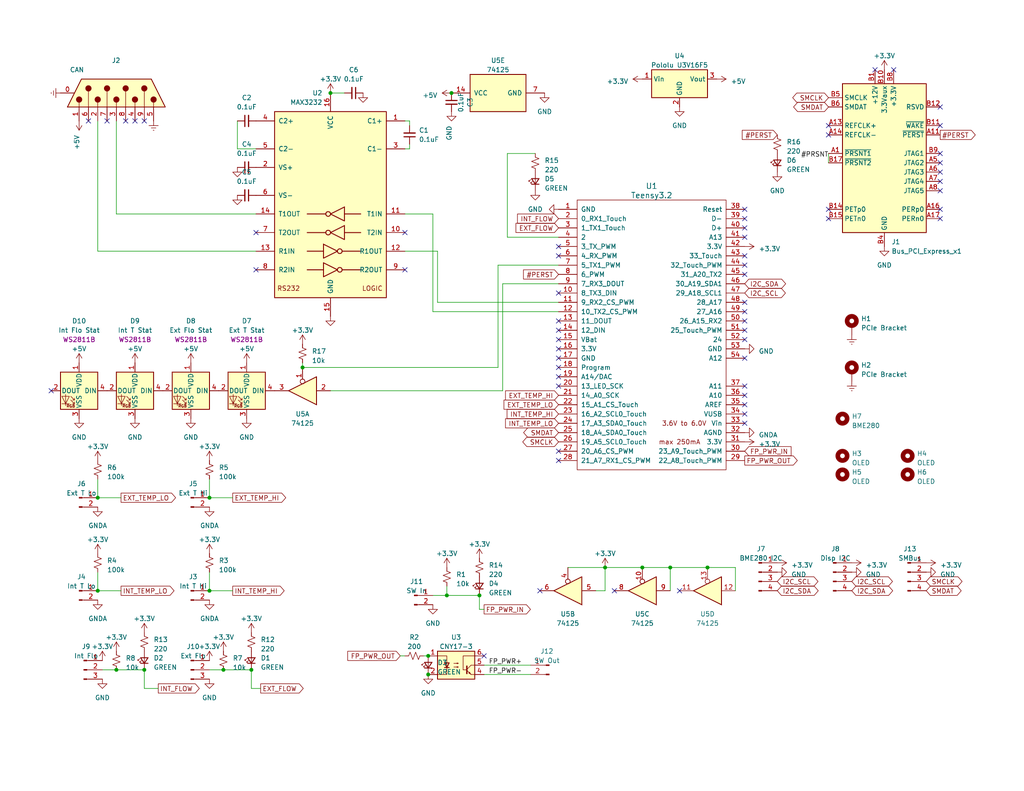
<source format=kicad_sch>
(kicad_sch (version 20231120) (generator "eeschema") (generator_version "8.0")
  (paper "USLetter")
  (title_block (title "RS232/PCIe Water Cooling Loop Controller") (date "2023-08-16") (company "AGMLego") (comment 1 "https://github.com/agmlego/water-cooling-controller"))
  (lib_symbols
    (symbol "74xx:SN74LV4T125" (pin_names (offset 1.016))
      (property "Reference" "U" (at 0 1.27 0))
      (property "Value" "SN74LV4T125" (at 0 -1.27 0))
      (symbol "SN74LV4T125_1_0"
        (pin input inverted (at 0 -6.35 90) (length 4.445) (name "~") (number "1"))
        (pin input line (at -7.62 0 0) (length 3.81) (name "~") (number "2"))
        (pin tri_state line (at 7.62 0 180) (length 3.81) (name "~") (number "3"))
      )
      (symbol "SN74LV4T125_2_0"
        (pin input inverted (at 0 -6.35 90) (length 4.445) (name "~") (number "4"))
        (pin input line (at -7.62 0 0) (length 3.81) (name "~") (number "5"))
        (pin tri_state line (at 7.62 0 180) (length 3.81) (name "~") (number "6"))
      )
      (symbol "SN74LV4T125_3_0"
        (pin input inverted (at 0 -6.35 90) (length 4.445) (name "~") (number "10"))
        (pin tri_state line (at 7.62 0 180) (length 3.81) (name "~") (number "8"))
        (pin input line (at -7.62 0 0) (length 3.81) (name "~") (number "9"))
      )
      (symbol "SN74LV4T125_4_0"
        (pin tri_state line (at 7.62 0 180) (length 3.81) (name "~") (number "11"))
        (pin input line (at -7.62 0 0) (length 3.81) (name "~") (number "12"))
        (pin input inverted (at 0 -6.35 90) (length 4.445) (name "~") (number "13"))
      )
      (symbol "SN74LV4T125_5_0"
        (pin power_in line (at 0 12.7 270) (length 5.08) (name "VCC") (number "14"))
        (pin power_in line (at 0 -12.7 90) (length 5.08) (name "GND") (number "7"))
      )
    )
    (symbol "Connector:Bus_PCI_Express_x1"
      (property "Reference" "J" (at -8.89 22.86 0))
      (property "Value" "Bus_PCI_Express_x1" (at 12.7 22.86 0))
      (symbol "Bus_PCI_Express_x1_1_1"
        (pin passive line (at -15.24 2.54 0) (length 3.81) (name "~{PRSNT1}") (number "A1"))
        (pin passive line (at 2.54 25.4 270) (length 3.81) hide (name "+3.3V") (number "A10"))
        (pin input line (at 15.24 7.62 180) (length 3.81) (name "~{PERST}") (number "A11"))
        (pin passive line (at 0 -22.86 90) (length 3.81) hide (name "GND") (number "A12"))
        (pin input line (at -15.24 10.16 0) (length 3.81) (name "REFCLK+") (number "A13"))
        (pin input line (at -15.24 7.62 0) (length 3.81) (name "REFCLK-") (number "A14"))
        (pin passive line (at 0 -22.86 90) (length 3.81) hide (name "GND") (number "A15"))
        (pin output line (at 15.24 -12.7 180) (length 3.81) (name "PERp0") (number "A16"))
        (pin output line (at 15.24 -15.24 180) (length 3.81) (name "PERn0") (number "A17"))
        (pin passive line (at 0 -22.86 90) (length 3.81) hide (name "GND") (number "A18"))
        (pin passive line (at -2.54 25.4 270) (length 3.81) hide (name "+12V") (number "A2"))
        (pin passive line (at -2.54 25.4 270) (length 3.81) hide (name "+12V") (number "A3"))
        (pin passive line (at 0 -22.86 90) (length 3.81) hide (name "GND") (number "A4"))
        (pin input line (at 15.24 0 180) (length 3.81) (name "JTAG2") (number "A5"))
        (pin input line (at 15.24 -2.54 180) (length 3.81) (name "JTAG3") (number "A6"))
        (pin output line (at 15.24 -5.08 180) (length 3.81) (name "JTAG4") (number "A7"))
        (pin input line (at 15.24 -7.62 180) (length 3.81) (name "JTAG5") (number "A8"))
        (pin passive line (at 2.54 25.4 270) (length 3.81) hide (name "+3.3V") (number "A9"))
        (pin power_in line (at -2.54 25.4 270) (length 3.81) (name "+12V") (number "B1"))
        (pin power_in line (at 0 25.4 270) (length 3.81) (name "3.3Vaux") (number "B10"))
        (pin open_collector line (at 15.24 10.16 180) (length 3.81) (name "~{WAKE}") (number "B11"))
        (pin passive line (at 15.24 15.24 180) (length 3.81) (name "RSVD") (number "B12"))
        (pin passive line (at 0 -22.86 90) (length 3.81) hide (name "GND") (number "B13"))
        (pin input line (at -15.24 -12.7 0) (length 3.81) (name "PETp0") (number "B14"))
        (pin input line (at -15.24 -15.24 0) (length 3.81) (name "PETn0") (number "B15"))
        (pin passive line (at 0 -22.86 90) (length 3.81) hide (name "GND") (number "B16"))
        (pin passive line (at -15.24 0 0) (length 3.81) (name "~{PRSNT2}") (number "B17"))
        (pin passive line (at 0 -22.86 90) (length 3.81) hide (name "GND") (number "B18"))
        (pin passive line (at -2.54 25.4 270) (length 3.81) hide (name "+12V") (number "B2"))
        (pin passive line (at -2.54 25.4 270) (length 3.81) hide (name "+12V") (number "B3"))
        (pin power_in line (at 0 -22.86 90) (length 3.81) (name "GND") (number "B4"))
        (pin input line (at -15.24 17.78 0) (length 3.81) (name "SMCLK") (number "B5"))
        (pin bidirectional line (at -15.24 15.24 0) (length 3.81) (name "SMDAT") (number "B6"))
        (pin passive line (at 0 -22.86 90) (length 3.81) hide (name "GND") (number "B7"))
        (pin power_in line (at 2.54 25.4 270) (length 3.81) (name "+3.3V") (number "B8"))
        (pin input line (at 15.24 2.54 180) (length 3.81) (name "JTAG1") (number "B9"))
      )
    )
    (symbol "Connector:Conn_01x02_Pin" (pin_names (offset 1.016) hide)
      (property "Reference" "J" (at 0 2.54 0))
      (property "Value" "Conn_01x02_Pin" (at 0 -5.08 0))
      (symbol "Conn_01x02_Pin_1_1"
        (pin passive line (at 5.08 0 180) (length 3.81) (name "Pin_1") (number "1"))
        (pin passive line (at 5.08 -2.54 180) (length 3.81) (name "Pin_2") (number "2"))
      )
    )
    (symbol "Connector:Conn_01x03_Pin" (pin_names (offset 1.016) hide)
      (property "Reference" "J" (at 0 5.08 0))
      (property "Value" "Conn_01x03_Pin" (at 0 -5.08 0))
      (symbol "Conn_01x03_Pin_1_1"
        (pin passive line (at 5.08 2.54 180) (length 3.81) (name "Pin_1") (number "1"))
        (pin passive line (at 5.08 0 180) (length 3.81) (name "Pin_2") (number "2"))
        (pin passive line (at 5.08 -2.54 180) (length 3.81) (name "Pin_3") (number "3"))
      )
    )
    (symbol "Connector:Conn_01x04_Pin" (pin_names (offset 1.016) hide)
      (property "Reference" "J" (at 0 5.08 0))
      (property "Value" "Conn_01x04_Pin" (at 0 -7.62 0))
      (symbol "Conn_01x04_Pin_1_1"
        (pin passive line (at 5.08 2.54 180) (length 3.81) (name "Pin_1") (number "1"))
        (pin passive line (at 5.08 0 180) (length 3.81) (name "Pin_2") (number "2"))
        (pin passive line (at 5.08 -2.54 180) (length 3.81) (name "Pin_3") (number "3"))
        (pin passive line (at 5.08 -5.08 180) (length 3.81) (name "Pin_4") (number "4"))
      )
    )
    (symbol "Connector:DE9_Plug_MountingHoles" (pin_names (offset 1.016) hide)
      (property "Reference" "J" (at 0 16.51 0))
      (property "Value" "DE9_Plug_MountingHoles" (at 0 14.605 0))
      (symbol "DE9_Plug_MountingHoles_1_1"
        (pin passive line (at 0 -15.24 90) (length 3.81) (name "PAD") (number "0"))
        (pin passive line (at -7.62 -10.16 0) (length 3.81) (name "1") (number "1"))
        (pin passive line (at -7.62 -5.08 0) (length 3.81) (name "2") (number "2"))
        (pin passive line (at -7.62 0 0) (length 3.81) (name "3") (number "3"))
        (pin passive line (at -7.62 5.08 0) (length 3.81) (name "4") (number "4"))
        (pin passive line (at -7.62 10.16 0) (length 3.81) (name "5") (number "5"))
        (pin passive line (at -7.62 -7.62 0) (length 3.81) (name "6") (number "6"))
        (pin passive line (at -7.62 -2.54 0) (length 3.81) (name "7") (number "7"))
        (pin passive line (at -7.62 2.54 0) (length 3.81) (name "8") (number "8"))
        (pin passive line (at -7.62 7.62 0) (length 3.81) (name "9") (number "9"))
      )
    )
    (symbol "Device:C_Small" (pin_numbers hide) (pin_names (offset 0.254) hide)
      (property "Reference" "C" (at 0.254 1.778 0))
      (property "Value" "C_Small" (at 0.254 -2.032 0))
      (symbol "C_Small_1_1"
        (pin passive line (at 0 2.54 270) (length 2.032) (name "~") (number "1"))
        (pin passive line (at 0 -2.54 90) (length 2.032) (name "~") (number "2"))
      )
    )
    (symbol "Device:LED_Small" (pin_numbers hide) (pin_names (offset 0.254) hide)
      (property "Reference" "D" (at -1.27 3.175 0))
      (property "Value" "LED_Small" (at -4.445 -2.54 0))
      (symbol "LED_Small_1_1"
        (pin passive line (at -2.54 0 0) (length 1.778) (name "K") (number "1"))
        (pin passive line (at 2.54 0 180) (length 1.778) (name "A") (number "2"))
      )
    )
    (symbol "Device:R_Small_US" (pin_numbers hide) (pin_names (offset 0.254) hide)
      (property "Reference" "R" (at 0.762 0.508 0))
      (property "Value" "R_Small_US" (at 0.762 -1.016 0))
      (symbol "R_Small_US_1_1"
        (pin passive line (at 0 2.54 270) (length 1.016) (name "~") (number "1"))
        (pin passive line (at 0 -2.54 90) (length 1.016) (name "~") (number "2"))
      )
    )
    (symbol "Interface_UART:MAX3232" (pin_names (offset 1.016))
      (property "Reference" "U" (at -2.54 28.575 0))
      (property "Value" "MAX3232" (at -2.54 26.67 0))
      (symbol "MAX3232_0_0"
        (text "LOGIC" (at -11.43 -22.86 0) (effects (font (size 1.27 1.27))))
        (text "RS232" (at 11.43 -22.86 0) (effects (font (size 1.27 1.27))))
      )
      (symbol "MAX3232_1_1"
        (pin passive line (at -20.32 22.86 0) (length 5.08) (name "C1+") (number "1"))
        (pin input line (at -20.32 -7.62 0) (length 5.08) (name "T2IN") (number "10"))
        (pin input line (at -20.32 -2.54 0) (length 5.08) (name "T1IN") (number "11"))
        (pin output line (at -20.32 -12.7 0) (length 5.08) (name "R1OUT") (number "12"))
        (pin input line (at 20.32 -12.7 180) (length 5.08) (name "R1IN") (number "13"))
        (pin output line (at 20.32 -2.54 180) (length 5.08) (name "T1OUT") (number "14"))
        (pin power_in line (at 0 -30.48 90) (length 5.08) (name "GND") (number "15"))
        (pin power_in line (at 0 30.48 270) (length 5.08) (name "VCC") (number "16"))
        (pin power_out line (at 20.32 10.16 180) (length 5.08) (name "VS+") (number "2"))
        (pin passive line (at -20.32 15.24 0) (length 5.08) (name "C1-") (number "3"))
        (pin passive line (at 20.32 22.86 180) (length 5.08) (name "C2+") (number "4"))
        (pin passive line (at 20.32 15.24 180) (length 5.08) (name "C2-") (number "5"))
        (pin power_out line (at 20.32 2.54 180) (length 5.08) (name "VS-") (number "6"))
        (pin output line (at 20.32 -7.62 180) (length 5.08) (name "T2OUT") (number "7"))
        (pin input line (at 20.32 -17.78 180) (length 5.08) (name "R2IN") (number "8"))
        (pin output line (at -20.32 -17.78 0) (length 5.08) (name "R2OUT") (number "9"))
      )
    )
    (symbol "Isolator:CNY17-3" (pin_names (offset 1.016))
      (property "Reference" "U" (at -5.08 5.08 0))
      (property "Value" "CNY17-3" (at 0 5.08 0))
      (symbol "CNY17-3_1_1"
        (pin passive line (at -7.62 2.54 0) (length 2.54) (name "~") (number "1"))
        (pin passive line (at -7.62 -2.54 0) (length 2.54) (name "~") (number "2"))
        (pin no_connect line (at -5.08 0 0) (length 2.54) hide (name "NC") (number "3"))
        (pin passive line (at 7.62 -2.54 180) (length 2.54) (name "~") (number "4"))
        (pin passive line (at 7.62 0 180) (length 2.54) (name "~") (number "5"))
        (pin passive line (at 7.62 2.54 180) (length 2.54) (name "~") (number "6"))
      )
    )
    (symbol "LED:WS2812B" (pin_names (offset 0.254))
      (property "Reference" "D" (at 5.08 5.715 0))
      (property "Value" "WS2812B" (at 1.27 -5.715 0))
      (symbol "WS2812B_0_0"
        (text "RGB" (at 2.286 -4.191 0) (effects (font (size 0.762 0.762))))
      )
      (symbol "WS2812B_1_1"
        (pin power_in line (at 0 7.62 270) (length 2.54) (name "VDD") (number "1"))
        (pin output line (at 7.62 0 180) (length 2.54) (name "DOUT") (number "2"))
        (pin power_in line (at 0 -7.62 90) (length 2.54) (name "VSS") (number "3"))
        (pin input line (at -7.62 0 0) (length 2.54) (name "DIN") (number "4"))
      )
    )
    (symbol "Mechanical:MountingHole" (pin_names (offset 1.016))
      (property "Reference" "H" (at 0 5.08 0))
      (property "Value" "MountingHole" (at 0 3.175 0))
    )
    (symbol "Mechanical:MountingHole_Pad" (pin_numbers hide) (pin_names (offset 1.016) hide)
      (property "Reference" "H" (at 0 6.35 0))
      (property "Value" "MountingHole_Pad" (at 0 4.445 0))
      (symbol "MountingHole_Pad_1_1"
        (pin input line (at 0 -2.54 90) (length 2.54) (name "1") (number "1"))
      )
    )
    (symbol "Regulator_Switching:TSR_1-2412"
      (property "Reference" "U" (at -7.62 6.35 0))
      (property "Value" "TSR_1-2412" (at -1.27 6.35 0))
      (symbol "TSR_1-2412_1_1"
        (pin power_in line (at -10.16 2.54 0) (length 2.54) (name "Vin") (number "1"))
        (pin power_in line (at 0 -5.08 90) (length 2.54) (name "GND") (number "2"))
        (pin power_out line (at 10.16 2.54 180) (length 2.54) (name "Vout") (number "3"))
      )
    )
    (symbol "power:+3.3V" (power) (pin_names (offset 0))
      (property "Value" "+3.3V" (at 0 3.556 0))
      (symbol "+3.3V_1_1"
        (pin power_in line (at 0 0 90) (length 0) hide (name "+3.3V") (number "1"))
      )
    )
    (symbol "power:+5V" (power) (pin_names (offset 0))
      (property "Value" "+5V" (at 0 3.556 0))
      (symbol "+5V_1_1"
        (pin power_in line (at 0 0 90) (length 0) hide (name "+5V") (number "1"))
      )
    )
    (symbol "power:Earth" (power) (pin_names (offset 0))
      (symbol "Earth_1_1"
        (pin power_in line (at 0 0 270) (length 0) hide (name "Earth") (number "1"))
      )
    )
    (symbol "power:GND" (power) (pin_names (offset 0))
      (property "Value" "GND" (at 0 -3.81 0))
      (symbol "GND_1_1"
        (pin power_in line (at 0 0 270) (length 0) hide (name "GND") (number "1"))
      )
    )
    (symbol "power:GNDA" (power) (pin_names (offset 0))
      (property "Value" "GNDA" (at 0 -3.81 0))
      (symbol "GNDA_1_1"
        (pin power_in line (at 0 0 270) (length 0) hide (name "GNDA") (number "1"))
      )
    )
    (symbol "teensy:Teensy3.2" (pin_names (offset 1.016))
      (property "Reference" "U" (at 0 39.37 0))
      (property "Value" "Teensy3.2" (at 0 -39.37 0))
      (symbol "Teensy3.2_0_0"
        (text "3.6V to 6.0V" (at 8.89 -24.13 0) (effects (font (size 1.27 1.27))))
        (text "max 250mA" (at 7.62 -29.21 0) (effects (font (size 1.27 1.27))))
      )
      (symbol "Teensy3.2_1_1"
        (pin power_in line (at -25.4 34.29 0) (length 5.08) (name "GND") (number "1"))
        (pin bidirectional line (at -25.4 11.43 0) (length 5.08) (name "8_TX3_DIN") (number "10"))
        (pin bidirectional line (at -25.4 8.89 0) (length 5.08) (name "9_RX2_CS_PWM") (number "11"))
        (pin bidirectional line (at -25.4 6.35 0) (length 5.08) (name "10_TX2_CS_PWM") (number "12"))
        (pin bidirectional line (at -25.4 3.81 0) (length 5.08) (name "11_DOUT") (number "13"))
        (pin bidirectional line (at -25.4 1.27 0) (length 5.08) (name "12_DIN") (number "14"))
        (pin power_in line (at -25.4 -1.27 0) (length 5.08) (name "VBat") (number "15"))
        (pin power_out line (at -25.4 -3.81 0) (length 5.08) (name "3.3V") (number "16"))
        (pin power_in line (at -25.4 -6.35 0) (length 5.08) (name "GND") (number "17"))
        (pin input line (at -25.4 -8.89 0) (length 5.08) (name "Program") (number "18"))
        (pin bidirectional line (at -25.4 -11.43 0) (length 5.08) (name "A14/DAC") (number "19"))
        (pin bidirectional line (at -25.4 31.75 0) (length 5.08) (name "0_RX1_Touch") (number "2"))
        (pin bidirectional line (at -25.4 -13.97 0) (length 5.08) (name "13_LED_SCK") (number "20"))
        (pin bidirectional line (at -25.4 -16.51 0) (length 5.08) (name "14_A0_SCK") (number "21"))
        (pin bidirectional line (at -25.4 -19.05 0) (length 5.08) (name "15_A1_CS_Touch") (number "22"))
        (pin bidirectional line (at -25.4 -21.59 0) (length 5.08) (name "16_A2_SCL0_Touch") (number "23"))
        (pin bidirectional line (at -25.4 -24.13 0) (length 5.08) (name "17_A3_SDA0_Touch") (number "24"))
        (pin bidirectional line (at -25.4 -26.67 0) (length 5.08) (name "18_A4_SDA0_Touch") (number "25"))
        (pin bidirectional line (at -25.4 -29.21 0) (length 5.08) (name "19_A5_SCL0_Touch") (number "26"))
        (pin bidirectional line (at -25.4 -31.75 0) (length 5.08) (name "20_A6_CS_PWM") (number "27"))
        (pin bidirectional line (at -25.4 -34.29 0) (length 5.08) (name "21_A7_RX1_CS_PWM") (number "28"))
        (pin bidirectional line (at 25.4 -34.29 180) (length 5.08) (name "22_A8_Touch_PWM") (number "29"))
        (pin bidirectional line (at -25.4 29.21 0) (length 5.08) (name "1_TX1_Touch") (number "3"))
        (pin bidirectional line (at 25.4 -31.75 180) (length 5.08) (name "23_A9_Touch_PWM") (number "30"))
        (pin power_out line (at 25.4 -29.21 180) (length 5.08) (name "3.3V") (number "31"))
        (pin power_out line (at 25.4 -26.67 180) (length 5.08) (name "AGND") (number "32"))
        (pin power_in line (at 25.4 -24.13 180) (length 5.08) (name "Vin") (number "33"))
        (pin power_in line (at 25.4 -21.59 180) (length 5.08) (name "VUSB") (number "34"))
        (pin input line (at 25.4 -19.05 180) (length 5.08) (name "AREF") (number "35"))
        (pin bidirectional line (at 25.4 -16.51 180) (length 5.08) (name "A10") (number "36"))
        (pin bidirectional line (at 25.4 -13.97 180) (length 5.08) (name "A11") (number "37"))
        (pin input line (at 25.4 34.29 180) (length 5.08) (name "Reset") (number "38"))
        (pin bidirectional line (at 25.4 31.75 180) (length 5.08) (name "D-") (number "39"))
        (pin bidirectional line (at -25.4 26.67 0) (length 5.08) (name "2") (number "4"))
        (pin bidirectional line (at 25.4 29.21 180) (length 5.08) (name "D+") (number "40"))
        (pin bidirectional line (at 25.4 26.67 180) (length 5.08) (name "A13") (number "41"))
        (pin power_out line (at 25.4 24.13 180) (length 5.08) (name "3.3V") (number "42"))
        (pin bidirectional line (at 25.4 21.59 180) (length 5.08) (name "33_Touch") (number "43"))
        (pin bidirectional line (at 25.4 19.05 180) (length 5.08) (name "32_Touch_PWM") (number "44"))
        (pin bidirectional line (at 25.4 16.51 180) (length 5.08) (name "31_A20_TX2") (number "45"))
        (pin bidirectional line (at 25.4 13.97 180) (length 5.08) (name "30_A19_SDA1") (number "46"))
        (pin bidirectional line (at 25.4 11.43 180) (length 5.08) (name "29_A18_SCL1") (number "47"))
        (pin bidirectional line (at 25.4 8.89 180) (length 5.08) (name "28_A17") (number "48"))
        (pin bidirectional line (at 25.4 6.35 180) (length 5.08) (name "27_A16") (number "49"))
        (pin bidirectional line (at -25.4 24.13 0) (length 5.08) (name "3_TX_PWM") (number "5"))
        (pin bidirectional line (at 25.4 3.81 180) (length 5.08) (name "26_A15_RX2") (number "50"))
        (pin bidirectional line (at 25.4 1.27 180) (length 5.08) (name "25_Touch_PWM") (number "51"))
        (pin bidirectional line (at 25.4 -1.27 180) (length 5.08) (name "24") (number "52"))
        (pin power_in line (at 25.4 -3.81 180) (length 5.08) (name "GND") (number "53"))
        (pin bidirectional line (at 25.4 -6.35 180) (length 5.08) (name "A12") (number "54"))
        (pin bidirectional line (at -25.4 21.59 0) (length 5.08) (name "4_RX_PWM") (number "6"))
        (pin bidirectional line (at -25.4 19.05 0) (length 5.08) (name "5_TX1_PWM") (number "7"))
        (pin bidirectional line (at -25.4 16.51 0) (length 5.08) (name "6_PWM") (number "8"))
        (pin bidirectional line (at -25.4 13.97 0) (length 5.08) (name "7_RX3_DOUT") (number "9"))
      )
    )
  )
  (junction (at 68.58 182.88))
  (junction (at 175.26 154.94))
  (junction (at 121.92 162.56))
  (junction (at 193.04 154.94))
  (junction (at 90.17 25.4))
  (junction (at 165.1 154.94))
  (junction (at 123.19 25.4))
  (junction (at 82.55 100.33))
  (junction (at 182.88 154.94))
  (junction (at 31.75 182.88))
  (junction (at 116.84 179.07))
  (junction (at 130.81 162.56))
  (junction (at 26.67 161.29))
  (junction (at 57.15 161.29))
  (junction (at 39.37 182.88))
  (junction (at 60.96 182.88))
  (junction (at 57.15 135.89))
  (junction (at 26.67 135.89))
  (junction (at 116.84 184.15))
  (no_connect (at 152.4 100.33))
  (no_connect (at 203.2 85.09))
  (no_connect (at 110.49 73.66))
  (no_connect (at 152.4 125.73))
  (no_connect (at 24.13 33.02))
  (no_connect (at 226.06 59.69))
  (no_connect (at 238.76 19.05))
  (no_connect (at 256.54 57.15))
  (no_connect (at 147.32 161.29))
  (no_connect (at 69.85 73.66))
  (no_connect (at 152.4 67.31))
  (no_connect (at 243.84 19.05))
  (no_connect (at 203.2 113.03))
  (no_connect (at 39.37 33.02))
  (no_connect (at 152.4 92.71))
  (no_connect (at 34.29 33.02))
  (no_connect (at 203.2 87.63))
  (no_connect (at 152.4 87.63))
  (no_connect (at 203.2 57.15))
  (no_connect (at 152.4 80.01))
  (no_connect (at 152.4 69.85))
  (no_connect (at 203.2 110.49))
  (no_connect (at 203.2 72.39))
  (no_connect (at 203.2 107.95))
  (no_connect (at 69.85 63.5))
  (no_connect (at 256.54 46.99))
  (no_connect (at 13.97 106.68))
  (no_connect (at 203.2 74.93))
  (no_connect (at 167.64 161.29))
  (no_connect (at 203.2 115.57))
  (no_connect (at 203.2 64.77))
  (no_connect (at 203.2 62.23))
  (no_connect (at 256.54 44.45))
  (no_connect (at 185.42 161.29))
  (no_connect (at 226.06 57.15))
  (no_connect (at 256.54 34.29))
  (no_connect (at 36.83 33.02))
  (no_connect (at 203.2 82.55))
  (no_connect (at 226.06 34.29))
  (no_connect (at 203.2 59.69))
  (no_connect (at 29.21 33.02))
  (no_connect (at 226.06 36.83))
  (no_connect (at 203.2 90.17))
  (no_connect (at 152.4 102.87))
  (no_connect (at 203.2 92.71))
  (no_connect (at 256.54 41.91))
  (no_connect (at 256.54 52.07))
  (no_connect (at 203.2 97.79))
  (no_connect (at 152.4 105.41))
  (no_connect (at 256.54 59.69))
  (no_connect (at 152.4 95.25))
  (no_connect (at 152.4 123.19))
  (no_connect (at 132.08 179.07))
  (no_connect (at 110.49 63.5))
  (no_connect (at 203.2 69.85))
  (no_connect (at 203.2 105.41))
  (no_connect (at 152.4 90.17))
  (no_connect (at 152.4 97.79))
  (no_connect (at 256.54 29.21))
  (no_connect (at 256.54 49.53))
  (wire (pts (xy 26.67 135.89) (xy 26.67 130.81)))
  (wire (pts (xy 135.89 72.39) (xy 135.89 100.33)))
  (wire (pts (xy 111.76 33.02) (xy 111.76 34.29)))
  (wire (pts (xy 152.4 85.09) (xy 118.11 85.09)))
  (wire (pts (xy 31.75 33.02) (xy 31.75 58.42)))
  (wire (pts (xy 144.78 181.61) (xy 132.08 181.61)))
  (wire (pts (xy 31.75 182.88) (xy 39.37 182.88)))
  (wire (pts (xy 110.49 179.07) (xy 109.22 179.07)))
  (wire (pts (xy 68.58 187.96) (xy 68.58 182.88)))
  (wire (pts (xy 121.92 162.56) (xy 118.11 162.56)))
  (wire (pts (xy 111.76 39.37) (xy 111.76 40.64)))
  (wire (pts (xy 200.66 161.29) (xy 200.66 154.94)))
  (wire (pts (xy 152.4 77.47) (xy 137.16 77.47)))
  (wire (pts (xy 146.05 41.91) (xy 138.43 41.91)))
  (wire (pts (xy 57.15 156.21) (xy 57.15 161.29)))
  (wire (pts (xy 182.88 161.29) (xy 182.88 154.94)))
  (wire (pts (xy 57.15 161.29) (xy 63.5 161.29)))
  (wire (pts (xy 26.67 33.02) (xy 26.67 68.58)))
  (wire (pts (xy 138.43 41.91) (xy 138.43 64.77)))
  (wire (pts (xy 165.1 161.29) (xy 165.1 154.94)))
  (wire (pts (xy 200.66 154.94) (xy 193.04 154.94)))
  (wire (pts (xy 119.38 68.58) (xy 110.49 68.58)))
  (wire (pts (xy 121.92 162.56) (xy 130.81 162.56)))
  (wire (pts (xy 165.1 154.94) (xy 154.94 154.94)))
  (wire (pts (xy 60.96 182.88) (xy 68.58 182.88)))
  (wire (pts (xy 64.77 33.02) (xy 64.77 40.64)))
  (wire (pts (xy 33.02 161.29) (xy 26.67 161.29)))
  (wire (pts (xy 182.88 154.94) (xy 175.26 154.94)))
  (wire (pts (xy 132.08 166.37) (xy 130.81 166.37)))
  (wire (pts (xy 152.4 64.77) (xy 138.43 64.77)))
  (wire (pts (xy 137.16 106.68) (xy 90.17 106.68)))
  (wire (pts (xy 39.37 187.96) (xy 39.37 182.88)))
  (wire (pts (xy 111.76 40.64) (xy 110.49 40.64)))
  (wire (pts (xy 57.15 182.88) (xy 60.96 182.88)))
  (wire (pts (xy 152.4 72.39) (xy 135.89 72.39)))
  (wire (pts (xy 144.78 184.15) (xy 132.08 184.15)))
  (wire (pts (xy 182.88 154.94) (xy 193.04 154.94)))
  (wire (pts (xy 115.57 179.07) (xy 116.84 179.07)))
  (wire (pts (xy 135.89 100.33) (xy 82.55 100.33)))
  (wire (pts (xy 130.81 166.37) (xy 130.81 162.56)))
  (wire (pts (xy 82.55 99.06) (xy 82.55 100.33)))
  (wire (pts (xy 69.85 58.42) (xy 31.75 58.42)))
  (wire (pts (xy 57.15 135.89) (xy 63.5 135.89)))
  (wire (pts (xy 118.11 58.42) (xy 110.49 58.42)))
  (wire (pts (xy 71.12 187.96) (xy 68.58 187.96)))
  (wire (pts (xy 110.49 33.02) (xy 111.76 33.02)))
  (wire (pts (xy 162.56 161.29) (xy 165.1 161.29)))
  (wire (pts (xy 64.77 40.64) (xy 69.85 40.64)))
  (wire (pts (xy 121.92 160.02) (xy 121.92 162.56)))
  (wire (pts (xy 165.1 154.94) (xy 175.26 154.94)))
  (wire (pts (xy 26.67 161.29) (xy 26.67 156.21)))
  (wire (pts (xy 226.06 41.91) (xy 226.06 44.45)))
  (wire (pts (xy 27.94 182.88) (xy 31.75 182.88)))
  (wire (pts (xy 119.38 82.55) (xy 119.38 68.58)))
  (wire (pts (xy 118.11 85.09) (xy 118.11 58.42)))
  (wire (pts (xy 33.02 135.89) (xy 26.67 135.89)))
  (wire (pts (xy 69.85 68.58) (xy 26.67 68.58)))
  (wire (pts (xy 152.4 82.55) (xy 119.38 82.55)))
  (wire (pts (xy 93.98 25.4) (xy 90.17 25.4)))
  (wire (pts (xy 43.18 187.96) (xy 39.37 187.96)))
  (wire (pts (xy 137.16 77.47) (xy 137.16 106.68)))
  (wire (pts (xy 57.15 130.81) (xy 57.15 135.89)))
  (label "FP_PWR+" (at 133.35 181.61 0))
  (label "#PRSNT" (at 226.06 43.18 180))
  (label "FP_PWR-" (at 133.35 184.15 0))
  (global_label "I2C_SCL" (shape bidirectional) (at 232.41 158.75 0) (property "Intersheetrefs" "${INTERSHEET_REFS}" (effects (hide yes))))
  (global_label "EXT_TEMP_HI" (shape input) (at 152.4 107.95 180) (property "Intersheetrefs" "${INTERSHEET_REFS}" (effects (hide yes))))
  (global_label "I2C_SCL" (shape bidirectional) (at 212.09 158.75 0) (property "Intersheetrefs" "${INTERSHEET_REFS}" (effects (hide yes))))
  (global_label "I2C_SDA" (shape bidirectional) (at 203.2 77.47 0) (property "Intersheetrefs" "${INTERSHEET_REFS}" (effects (hide yes))))
  (global_label "EXT_FLOW" (shape output) (at 71.12 187.96 0) (property "Intersheetrefs" "${INTERSHEET_REFS}" (effects (hide yes))))
  (global_label "INT_TEMP_HI" (shape input) (at 152.4 113.03 180) (property "Intersheetrefs" "${INTERSHEET_REFS}" (effects (hide yes))))
  (global_label "SMCLK" (shape bidirectional) (at 226.06 26.67 180) (property "Intersheetrefs" "${INTERSHEET_REFS}" (effects (hide yes))))
  (global_label "SMCLK" (shape bidirectional) (at 152.4 120.65 180) (property "Intersheetrefs" "${INTERSHEET_REFS}" (effects (hide yes))))
  (global_label "#PERST" (shape input) (at 152.4 74.93 180) (property "Intersheetrefs" "${INTERSHEET_REFS}" (effects (hide yes))))
  (global_label "SMDAT" (shape bidirectional) (at 226.06 29.21 180) (property "Intersheetrefs" "${INTERSHEET_REFS}" (effects (hide yes))))
  (global_label "INT_FLOW" (shape input) (at 152.4 59.69 180) (property "Intersheetrefs" "${INTERSHEET_REFS}" (effects (hide yes))))
  (global_label "EXT_TEMP_LO" (shape input) (at 152.4 110.49 180) (property "Intersheetrefs" "${INTERSHEET_REFS}" (effects (hide yes))))
  (global_label "I2C_SDA" (shape bidirectional) (at 232.41 161.29 0) (property "Intersheetrefs" "${INTERSHEET_REFS}" (effects (hide yes))))
  (global_label "EXT_FLOW" (shape input) (at 152.4 62.23 180) (property "Intersheetrefs" "${INTERSHEET_REFS}" (effects (hide yes))))
  (global_label "FP_PWR_OUT" (shape output) (at 203.2 125.73 0) (property "Intersheetrefs" "${INTERSHEET_REFS}" (effects (hide yes))))
  (global_label "SMDAT" (shape bidirectional) (at 252.73 161.29 0) (property "Intersheetrefs" "${INTERSHEET_REFS}" (effects (hide yes))))
  (global_label "#PERST" (shape output) (at 256.54 36.83 0) (property "Intersheetrefs" "${INTERSHEET_REFS}" (effects (hide yes))))
  (global_label "EXT_TEMP_LO" (shape output) (at 33.02 135.89 0) (property "Intersheetrefs" "${INTERSHEET_REFS}" (effects (hide yes))))
  (global_label "#PERST" (shape input) (at 212.09 36.83 180) (property "Intersheetrefs" "${INTERSHEET_REFS}" (effects (hide yes))))
  (global_label "EXT_TEMP_HI" (shape output) (at 63.5 135.89 0) (property "Intersheetrefs" "${INTERSHEET_REFS}" (effects (hide yes))))
  (global_label "INT_TEMP_LO" (shape output) (at 33.02 161.29 0) (property "Intersheetrefs" "${INTERSHEET_REFS}" (effects (hide yes))))
  (global_label "SMDAT" (shape bidirectional) (at 152.4 118.11 180) (property "Intersheetrefs" "${INTERSHEET_REFS}" (effects (hide yes))))
  (global_label "INT_TEMP_HI" (shape output) (at 63.5 161.29 0) (property "Intersheetrefs" "${INTERSHEET_REFS}" (effects (hide yes))))
  (global_label "INT_TEMP_LO" (shape input) (at 152.4 115.57 180) (property "Intersheetrefs" "${INTERSHEET_REFS}" (effects (hide yes))))
  (global_label "FP_PWR_OUT" (shape input) (at 109.22 179.07 180) (property "Intersheetrefs" "${INTERSHEET_REFS}" (effects (hide yes))))
  (global_label "SMCLK" (shape bidirectional) (at 252.73 158.75 0) (property "Intersheetrefs" "${INTERSHEET_REFS}" (effects (hide yes))))
  (global_label "I2C_SDA" (shape bidirectional) (at 212.09 161.29 0) (property "Intersheetrefs" "${INTERSHEET_REFS}" (effects (hide yes))))
  (global_label "FP_PWR_IN" (shape input) (at 203.2 123.19 0) (property "Intersheetrefs" "${INTERSHEET_REFS}" (effects (hide yes))))
  (global_label "FP_PWR_IN" (shape output) (at 132.08 166.37 0) (property "Intersheetrefs" "${INTERSHEET_REFS}" (effects (hide yes))))
  (global_label "INT_FLOW" (shape output) (at 43.18 187.96 0) (property "Intersheetrefs" "${INTERSHEET_REFS}" (effects (hide yes))))
  (global_label "I2C_SCL" (shape bidirectional) (at 203.2 80.01 0) (property "Intersheetrefs" "${INTERSHEET_REFS}" (effects (hide yes))))
  (symbol (lib_id "power:+5V") (at 195.58 21.59 270) (unit 1)
    (property "Reference" "#PWR024" (effects (hide yes)))
    (property "Value" "+5V" (at 199.39 22.225 90) (effects (justify left)))
  )
  (symbol (lib_id "power:GND") (at 64.77 45.72 0) (unit 1)
    (property "Reference" "#PWR039" (effects (hide yes)))
    (property "Value" "GND" (effects (hide yes)))
  )
  (symbol (lib_id "Connector:Conn_01x03_Pin") (at 22.86 182.88 0) (unit 1)
    (property "Reference" "J9" (at 23.495 176.53 0))
    (property "Value" "Int Flo" (at 23.495 179.07 0))
    (property "Footprint" "Connector_PinHeader_2.54mm:PinHeader_1x03_P2.54mm_Horizontal" (effects (hide yes)))
  )
  (symbol (lib_id "Device:C_Small") (at 111.76 36.83 180) (unit 1)
    (property "Reference" "C1" (at 114.3 35.5535 0) (effects (justify right)))
    (property "Value" "0.1uF" (at 114.3 38.0935 0) (effects (justify right)))
    (property "Footprint" "Capacitor_SMD:C_1206_3216Metric" (effects (hide yes)))
  )
  (symbol (lib_id "Interface_UART:MAX3232") (at 90.17 55.88 0) (mirror y) (unit 1)
    (property "Reference" "U2" (at 87.9759 25.4 0) (effects (justify left)))
    (property "Value" "MAX3232" (at 87.9759 27.94 0) (effects (justify left)))
    (property "Datasheet" "https://datasheets.maximintegrated.com/en/ds/MAX3222-MAX3241.pdf" (effects (hide yes)))
    (property "Description" "3.0V to 5.5V, Low-Power, up to 1Mbps, True RS-232 Transceivers Using Four 0.1μF External Capacitors" (effects (hide yes)))
  )
  (symbol (lib_id "Device:R_Small_US") (at 121.92 157.48 0) (unit 1)
    (property "Reference" "R1" (at 124.46 156.845 0) (effects (justify left)))
    (property "Value" "10k" (at 124.46 159.385 0) (effects (justify left)))
    (property "Footprint" "Resistor_SMD:R_1206_3216Metric" (effects (hide yes)))
  )
  (symbol (lib_id "power:Earth") (at 16.51 25.4 270) (unit 1)
    (property "Reference" "#PWR042" (effects (hide yes)))
    (property "Value" "Earth" (effects (hide yes)))
  )
  (symbol (lib_id "power:+5V") (at 21.59 99.06 0) (unit 1)
    (property "Reference" "#PWR057" (effects (hide yes)))
    (property "Value" "+5V" (at 21.59 95.25 0))
  )
  (symbol (lib_id "Mechanical:MountingHole") (at 247.65 124.46 0) (unit 1)
    (property "Reference" "H4" (at 250.19 123.825 0) (effects (justify left)))
    (property "Value" "OLED" (at 250.19 126.365 0) (effects (justify left)))
    (property "Footprint" "MountingHole:MountingHole_2.2mm_M2" (effects (hide yes)))
  )
  (symbol (lib_id "Device:R_Small_US") (at 57.15 128.27 0) (unit 1)
    (property "Reference" "R5" (at 59.69 127.635 0) (effects (justify left)))
    (property "Value" "100k" (at 59.69 130.175 0) (effects (justify left)))
    (property "Footprint" "Resistor_SMD:R_1206_3216Metric" (effects (hide yes)))
  )
  (symbol (lib_id "power:+5V") (at 52.07 99.06 0) (unit 1)
    (property "Reference" "#PWR053" (effects (hide yes)))
    (property "Value" "+5V" (at 52.07 95.25 0))
  )
  (symbol (lib_id "power:GND") (at 116.84 184.15 0) (unit 1)
    (property "Reference" "#PWR021" (effects (hide yes)))
    (property "Value" "GND" (at 116.84 189.23 0))
  )
  (symbol (lib_id "power:+3.3V") (at 27.94 180.34 0) (unit 1)
    (property "Reference" "#PWR018" (effects (hide yes)))
    (property "Value" "+3.3V" (at 27.94 176.53 0))
  )
  (symbol (lib_id "power:GND") (at 203.2 95.25 90) (unit 1)
    (property "Reference" "#PWR03" (effects (hide yes)))
    (property "Value" "GND" (at 207.01 95.885 90) (effects (justify right)))
  )
  (symbol (lib_id "power:+3.3V") (at 82.55 93.98 0) (unit 1)
    (property "Reference" "#PWR05" (effects (hide yes)))
    (property "Value" "+3.3V" (at 82.55 90.17 0))
  )
  (symbol (lib_id "power:GND") (at 90.17 86.36 0) (unit 1)
    (property "Reference" "#PWR010" (effects (hide yes)))
    (property "Value" "GND" (effects (hide yes)))
  )
  (symbol (lib_id "power:Earth") (at 232.41 91.44 0) (unit 1)
    (property "Reference" "#PWR063" (effects (hide yes)))
    (property "Value" "Earth" (effects (hide yes)))
  )
  (symbol (lib_id "power:+3.3V") (at 252.73 153.67 270) (unit 1)
    (property "Reference" "#PWR016" (effects (hide yes)))
    (property "Value" "+3.3V" (at 256.54 154.305 90) (effects (justify left)))
  )
  (symbol (lib_id "power:+3.3V") (at 57.15 125.73 0) (unit 1)
    (property "Reference" "#PWR028" (effects (hide yes)))
    (property "Value" "+3.3V" (at 57.15 121.92 0))
  )
  (symbol (lib_id "Device:C_Small") (at 96.52 25.4 270) (unit 1)
    (property "Reference" "C6" (at 96.5136 19.05 90))
    (property "Value" "0.1uF" (at 96.5136 21.59 90))
    (property "Footprint" "Capacitor_SMD:C_1206_3216Metric" (effects (hide yes)))
  )
  (symbol (lib_id "LED:WS2812B") (at 67.31 106.68 0) (mirror y) (unit 1)
    (property "Reference" "D7" (at 67.31 87.63 0))
    (property "Value" "Ext T Stat" (at 67.31 90.17 0))
    (property "Footprint" "LED_SMD:LED_WS2812B_PLCC4_5.0x5.0mm_P3.2mm" (effects (hide yes)))
    (property "Datasheet" "https://cdn-shop.adafruit.com/datasheets/WS2812B.pdf" (effects (hide yes)))
    (property "Signal" "WS2811B" (at 67.31 92.71 0))
  )
  (symbol (lib_id "power:GND") (at 36.83 114.3 0) (unit 1)
    (property "Reference" "#PWR056" (effects (hide yes)))
    (property "Value" "GND" (at 36.83 119.38 0))
  )
  (symbol (lib_id "teensy:Teensy3.2") (at 177.8 91.44 0) (unit 1)
    (property "Reference" "U1" (at 177.8 50.8 0) (effects (font (size 1.524 1.524))))
    (property "Value" "Teensy3.2" (at 177.8 53.34 0) (effects (font (size 1.524 1.524))))
    (property "Footprint" "teensy:Teensy30_31_32_All_Pins" (effects (hide yes)))
  )
  (symbol (lib_id "power:+3.3V") (at 212.09 153.67 270) (unit 1)
    (property "Reference" "#PWR012" (effects (hide yes)))
    (property "Value" "+3.3V" (at 215.9 154.305 90) (effects (justify left)))
  )
  (symbol (lib_id "Device:R_Small_US") (at 82.55 96.52 0) (unit 1)
    (property "Reference" "R17" (at 85.09 95.885 0) (effects (justify left)))
    (property "Value" "10k" (at 85.09 98.425 0) (effects (justify left)))
    (property "Footprint" "Resistor_SMD:R_1206_3216Metric" (effects (hide yes)))
  )
  (symbol (lib_id "Device:LED_Small") (at 212.09 44.45 90) (unit 1)
    (property "Reference" "D6" (at 214.63 43.7515 90) (effects (justify right)))
    (property "Value" "GREEN" (at 214.63 46.2915 90) (effects (justify right)))
    (property "Footprint" "LED_SMD:LED_1206_3216Metric" (effects (hide yes)))
  )
  (symbol (lib_id "power:+3.3V") (at 31.75 177.8 0) (unit 1)
    (property "Reference" "#PWR036" (effects (hide yes)))
    (property "Value" "+3.3V" (at 31.75 173.99 0))
  )
  (symbol (lib_id "power:GND") (at 232.41 156.21 90) (unit 1)
    (property "Reference" "#PWR015" (effects (hide yes)))
    (property "Value" "GND" (at 236.22 156.845 90) (effects (justify right)))
  )
  (symbol (lib_id "Connector:DE9_Plug_MountingHoles") (at 31.75 25.4 270) (mirror x) (unit 1)
    (property "Reference" "J2" (at 30.48 16.51 90) (effects (justify left)))
    (property "Value" "CAN" (at 19.05 19.05 90) (effects (justify left)))
    (property "Footprint" "Connector_Dsub:DSUB-9_Female_Horizontal_P2.77x2.84mm_EdgePinOffset7.70mm_Housed_MountingHolesOffset9.12mm" (effects (hide yes)))
    (property "Datasheet" " ~" (effects (hide yes)))
  )
  (symbol (lib_id "Connector:Conn_01x04_Pin") (at 247.65 156.21 0) (unit 1)
    (property "Reference" "J13" (at 248.285 149.86 0))
    (property "Value" "SMBus" (at 248.285 152.4 0))
    (property "Footprint" "Connector_PinHeader_2.54mm:PinHeader_1x04_P2.54mm_Vertical" (effects (hide yes)))
  )
  (symbol (lib_id "Device:LED_Small") (at 68.58 180.34 90) (unit 1)
    (property "Reference" "D1" (at 71.12 179.6415 90) (effects (justify right)))
    (property "Value" "GREEN" (at 71.12 182.1815 90) (effects (justify right)))
    (property "Footprint" "LED_SMD:LED_1206_3216Metric" (effects (hide yes)))
  )
  (symbol (lib_id "74xx:SN74LV4T125") (at 154.94 161.29 180) (unit 2)
    (property "Reference" "U5" (at 154.94 167.64 0))
    (property "Value" "74125" (at 154.94 170.18 0))
    (property "Footprint" "Package_SO:TSSOP-14_4.4x5mm_P0.65mm" (effects (hide yes)))
    (property "Datasheet" "https://www.ti.com/lit/ds/symlink/sn74lv4t125.pdf" (effects (hide yes)))
  )
  (symbol (lib_id "power:GND") (at 123.19 30.48 0) (unit 1)
    (property "Reference" "#PWR062" (effects (hide yes)))
    (property "Value" "GND" (at 122.555 34.29 90) (effects (justify right)))
  )
  (symbol (lib_id "power:+3.3V") (at 57.15 151.13 0) (unit 1)
    (property "Reference" "#PWR026" (effects (hide yes)))
    (property "Value" "+3.3V" (at 57.15 147.32 0))
  )
  (symbol (lib_id "power:+3.3V") (at 175.26 21.59 90) (unit 1)
    (property "Reference" "#PWR023" (effects (hide yes)))
    (property "Value" "+3.3V" (at 171.45 22.225 90) (effects (justify left)))
  )
  (symbol (lib_id "Connector:Conn_01x02_Pin") (at 21.59 161.29 0) (unit 1)
    (property "Reference" "J4" (at 22.225 157.48 0))
    (property "Value" "Int T Lo" (at 22.225 160.02 0))
    (property "Footprint" "Connector_PinHeader_2.54mm:PinHeader_1x02_P2.54mm_Horizontal" (effects (hide yes)))
  )
  (symbol (lib_id "power:GNDA") (at 26.67 163.83 0) (unit 1)
    (property "Reference" "#PWR032" (effects (hide yes)))
    (property "Value" "GNDA" (at 26.67 168.91 0))
  )
  (symbol (lib_id "Mechanical:MountingHole_Pad") (at 232.41 101.6 0) (unit 1)
    (property "Reference" "H2" (at 234.95 99.695 0) (effects (justify left)))
    (property "Value" "PCIe Bracket" (at 234.95 102.235 0) (effects (justify left)))
    (property "Footprint" "MountingHole:MountingHole_3.2mm_M3_Pad_Via" (effects (hide yes)))
  )
  (symbol (lib_id "Connector:Conn_01x04_Pin") (at 227.33 156.21 0) (unit 1)
    (property "Reference" "J8" (at 227.965 149.86 0))
    (property "Value" "Disp I2C" (at 227.965 152.4 0))
    (property "Footprint" "Connector_PinHeader_2.54mm:PinHeader_1x04_P2.54mm_Vertical" (effects (hide yes)))
  )
  (symbol (lib_id "power:GND") (at 27.94 185.42 0) (unit 1)
    (property "Reference" "#PWR035" (effects (hide yes)))
    (property "Value" "GND" (at 27.94 190.5 0))
  )
  (symbol (lib_id "Device:LED_Small") (at 116.84 181.61 90) (unit 1)
    (property "Reference" "D3" (at 119.38 180.9115 90) (effects (justify right)))
    (property "Value" "GREEN" (at 119.38 183.4515 90) (effects (justify right)))
    (property "Footprint" "LED_SMD:LED_1206_3216Metric" (effects (hide yes)))
  )
  (symbol (lib_id "power:GND") (at 212.09 46.99 0) (unit 1)
    (property "Reference" "#PWR048" (effects (hide yes)))
    (property "Value" "GND" (at 212.09 52.07 0))
  )
  (symbol (lib_id "LED:WS2812B") (at 36.83 106.68 0) (mirror y) (unit 1)
    (property "Reference" "D9" (at 36.83 87.63 0))
    (property "Value" "Int T Stat" (at 36.83 90.17 0))
    (property "Footprint" "LED_SMD:LED_WS2812B_PLCC4_5.0x5.0mm_P3.2mm" (effects (hide yes)))
    (property "Datasheet" "https://cdn-shop.adafruit.com/datasheets/WS2812B.pdf" (effects (hide yes)))
    (property "Signal" "WS2811B" (at 36.83 92.71 0))
  )
  (symbol (lib_id "Connector:Conn_01x02_Pin") (at 149.86 181.61 0) (mirror y) (unit 1)
    (property "Reference" "J12" (at 149.225 177.8 0))
    (property "Value" "SW Out" (at 149.225 180.34 0))
    (property "Footprint" "Connector_PinHeader_2.54mm:PinHeader_1x02_P2.54mm_Horizontal" (effects (hide yes)))
  )
  (symbol (lib_id "Connector:Conn_01x04_Pin") (at 207.01 156.21 0) (unit 1)
    (property "Reference" "J7" (at 207.645 149.86 0))
    (property "Value" "BME280 I2C" (at 207.645 152.4 0))
    (property "Footprint" "Connector_PinHeader_2.54mm:PinHeader_1x04_P2.54mm_Vertical" (effects (hide yes)))
  )
  (symbol (lib_id "Device:C_Small") (at 123.19 27.94 0) (unit 1)
    (property "Reference" "C3" (at 128.27 27.9463 90))
    (property "Value" "0.1uF" (at 125.73 27.9463 90))
    (property "Footprint" "Capacitor_SMD:C_1206_3216Metric" (effects (hide yes)))
  )
  (symbol (lib_id "Device:R_Small_US") (at 212.09 39.37 0) (unit 1)
    (property "Reference" "R16" (at 214.63 38.735 0) (effects (justify left)))
    (property "Value" "220" (at 214.63 41.275 0) (effects (justify left)))
    (property "Footprint" "Resistor_SMD:R_1206_3216Metric" (effects (hide yes)))
  )
  (symbol (lib_id "Device:C_Small") (at 67.31 45.72 90) (unit 1)
    (property "Reference" "C4" (at 67.3163 39.37 90))
    (property "Value" "0.1uF" (at 67.3163 41.91 90))
    (property "Footprint" "Capacitor_SMD:C_1206_3216Metric" (effects (hide yes)))
  )
  (symbol (lib_id "power:+3.3V") (at 60.96 177.8 0) (unit 1)
    (property "Reference" "#PWR037" (effects (hide yes)))
    (property "Value" "+3.3V" (at 60.96 173.99 0))
  )
  (symbol (lib_id "Connector:Conn_01x02_Pin") (at 113.03 162.56 0) (unit 1)
    (property "Reference" "J11" (at 113.665 158.75 0))
    (property "Value" "SW In" (at 113.665 161.29 0))
    (property "Footprint" "Connector_PinHeader_2.54mm:PinHeader_1x02_P2.54mm_Horizontal" (effects (hide yes)))
  )
  (symbol (lib_id "Device:C_Small") (at 67.31 33.02 90) (unit 1)
    (property "Reference" "C2" (at 67.3163 26.67 90))
    (property "Value" "0.1uF" (at 67.3163 29.21 90))
    (property "Footprint" "Capacitor_SMD:C_1206_3216Metric" (effects (hide yes)))
  )
  (symbol (lib_id "Device:R_Small_US") (at 26.67 128.27 0) (unit 1)
    (property "Reference" "R6" (at 29.21 127.635 0) (effects (justify left)))
    (property "Value" "100k" (at 29.21 130.175 0) (effects (justify left)))
    (property "Footprint" "Resistor_SMD:R_1206_3216Metric" (effects (hide yes)))
  )
  (symbol (lib_id "power:GNDA") (at 26.67 138.43 0) (unit 1)
    (property "Reference" "#PWR030" (effects (hide yes)))
    (property "Value" "GNDA" (at 26.67 143.51 0))
  )
  (symbol (lib_id "Mechanical:MountingHole") (at 229.87 114.3 0) (unit 1)
    (property "Reference" "H7" (at 232.41 113.665 0) (effects (justify left)))
    (property "Value" "BME280" (at 232.41 116.205 0) (effects (justify left)))
    (property "Footprint" "MountingHole:MountingHole_3.2mm_M3" (effects (hide yes)))
  )
  (symbol (lib_id "power:+3.3V") (at 165.1 154.94 0) (unit 1)
    (property "Reference" "#PWR059" (effects (hide yes)))
    (property "Value" "+3.3V" (at 165.1 151.13 0))
  )
  (symbol (lib_id "Device:LED_Small") (at 146.05 49.53 90) (unit 1)
    (property "Reference" "D5" (at 148.59 48.8315 90) (effects (justify right)))
    (property "Value" "GREEN" (at 148.59 51.3715 90) (effects (justify right)))
    (property "Footprint" "LED_SMD:LED_1206_3216Metric" (effects (hide yes)))
  )
  (symbol (lib_id "Connector:Conn_01x03_Pin") (at 52.07 182.88 0) (unit 1)
    (property "Reference" "J10" (at 52.705 176.53 0))
    (property "Value" "Ext Flo" (at 52.705 179.07 0))
    (property "Footprint" "Connector_PinHeader_2.54mm:PinHeader_1x03_P2.54mm_Horizontal" (effects (hide yes)))
  )
  (symbol (lib_id "74xx:SN74LV4T125") (at 135.89 25.4 90) (unit 5)
    (property "Reference" "U5" (at 135.89 16.51 90))
    (property "Value" "74125" (at 135.89 19.05 90))
    (property "Footprint" "Package_SO:TSSOP-14_4.4x5mm_P0.65mm" (effects (hide yes)))
    (property "Datasheet" "https://www.ti.com/lit/ds/symlink/sn74lv4t125.pdf" (effects (hide yes)))
  )
  (symbol (lib_id "Device:R_Small_US") (at 26.67 153.67 0) (unit 1)
    (property "Reference" "R4" (at 29.21 153.035 0) (effects (justify left)))
    (property "Value" "100k" (at 29.21 155.575 0) (effects (justify left)))
    (property "Footprint" "Resistor_SMD:R_1206_3216Metric" (effects (hide yes)))
  )
  (symbol (lib_id "power:GND") (at 67.31 114.3 0) (unit 1)
    (property "Reference" "#PWR052" (effects (hide yes)))
    (property "Value" "GND" (at 67.31 119.38 0))
  )
  (symbol (lib_id "power:+5V") (at 21.59 33.02 180) (unit 1)
    (property "Reference" "#PWR065" (effects (hide yes)))
    (property "Value" "+5V" (at 20.955 36.83 90) (effects (justify left)))
  )
  (symbol (lib_id "power:GND") (at 185.42 29.21 0) (unit 1)
    (property "Reference" "#PWR022" (effects (hide yes)))
    (property "Value" "GND" (at 185.42 34.29 0))
  )
  (symbol (lib_id "power:GND") (at 64.77 53.34 0) (unit 1)
    (property "Reference" "#PWR038" (effects (hide yes)))
    (property "Value" "GND" (effects (hide yes)))
  )
  (symbol (lib_id "Device:R_Small_US") (at 68.58 175.26 0) (unit 1)
    (property "Reference" "R12" (at 71.12 174.625 0) (effects (justify left)))
    (property "Value" "220" (at 71.12 177.165 0) (effects (justify left)))
    (property "Footprint" "Resistor_SMD:R_1206_3216Metric" (effects (hide yes)))
  )
  (symbol (lib_id "Connector:Conn_01x02_Pin") (at 21.59 135.89 0) (unit 1)
    (property "Reference" "J6" (at 22.225 132.08 0))
    (property "Value" "Ext T Lo" (at 22.225 134.62 0))
    (property "Footprint" "Connector_PinHeader_2.54mm:PinHeader_1x02_P2.54mm_Horizontal" (effects (hide yes)))
  )
  (symbol (lib_id "power:+3.3V") (at 232.41 153.67 270) (unit 1)
    (property "Reference" "#PWR013" (effects (hide yes)))
    (property "Value" "+3.3V" (at 236.22 154.305 90) (effects (justify left)))
  )
  (symbol (lib_id "Mechanical:MountingHole") (at 229.87 129.54 0) (unit 1)
    (property "Reference" "H5" (at 232.41 128.905 0) (effects (justify left)))
    (property "Value" "OLED" (at 232.41 131.445 0) (effects (justify left)))
    (property "Footprint" "MountingHole:MountingHole_2.2mm_M2" (effects (hide yes)))
  )
  (symbol (lib_id "power:+3.3V") (at 241.3 19.05 0) (unit 1)
    (property "Reference" "#PWR06" (effects (hide yes)))
    (property "Value" "+3.3V" (at 241.3 15.24 0))
  )
  (symbol (lib_id "power:GNDA") (at 203.2 118.11 90) (unit 1)
    (property "Reference" "#PWR025" (effects (hide yes)))
    (property "Value" "GNDA" (at 207.01 118.745 90) (effects (justify right)))
  )
  (symbol (lib_id "LED:WS2812B") (at 52.07 106.68 0) (mirror y) (unit 1)
    (property "Reference" "D8" (at 52.07 87.63 0))
    (property "Value" "Ext Flo Stat" (at 52.07 90.17 0))
    (property "Footprint" "LED_SMD:LED_WS2812B_PLCC4_5.0x5.0mm_P3.2mm" (effects (hide yes)))
    (property "Datasheet" "https://cdn-shop.adafruit.com/datasheets/WS2812B.pdf" (effects (hide yes)))
    (property "Signal" "WS2811B" (at 52.07 92.71 0))
  )
  (symbol (lib_id "power:+5V") (at 36.83 99.06 0) (unit 1)
    (property "Reference" "#PWR055" (effects (hide yes)))
    (property "Value" "+5V" (at 36.83 95.25 0))
  )
  (symbol (lib_id "power:+3.3V") (at 26.67 125.73 0) (unit 1)
    (property "Reference" "#PWR029" (effects (hide yes)))
    (property "Value" "+3.3V" (at 26.67 121.92 0))
  )
  (symbol (lib_id "74xx:SN74LV4T125") (at 193.04 161.29 180) (unit 4)
    (property "Reference" "U5" (at 193.04 167.64 0))
    (property "Value" "74125" (at 193.04 170.18 0))
    (property "Footprint" "Package_SO:TSSOP-14_4.4x5mm_P0.65mm" (effects (hide yes)))
    (property "Datasheet" "https://www.ti.com/lit/ds/symlink/sn74lv4t125.pdf" (effects (hide yes)))
  )
  (symbol (lib_id "power:GND") (at 99.06 25.4 0) (unit 1)
    (property "Reference" "#PWR040" (effects (hide yes)))
    (property "Value" "GND" (effects (hide yes)))
  )
  (symbol (lib_id "power:GNDA") (at 57.15 163.83 0) (unit 1)
    (property "Reference" "#PWR033" (effects (hide yes)))
    (property "Value" "GNDA" (at 57.15 168.91 0))
  )
  (symbol (lib_id "power:GND") (at 148.59 25.4 0) (unit 1)
    (property "Reference" "#PWR049" (effects (hide yes)))
    (property "Value" "GND" (at 148.59 30.48 0))
  )
  (symbol (lib_id "Isolator:CNY17-3") (at 124.46 181.61 0) (unit 1)
    (property "Reference" "U3" (at 124.46 173.99 0))
    (property "Value" "CNY17-3" (at 124.46 176.53 0))
    (property "Footprint" "Package_DIP:SMDIP-6_W7.62mm" (effects (hide yes)))
    (property "Datasheet" "http://www.vishay.com/docs/83606/cny17.pdf" (effects (hide yes)))
  )
  (symbol (lib_id "Regulator_Switching:TSR_1-2412") (at 185.42 24.13 0) (unit 1)
    (property "Reference" "U4" (at 185.42 15.24 0))
    (property "Value" "Pololu U3V16F5" (at 185.42 17.78 0))
    (property "Footprint" "Connector_PinHeader_2.54mm:PinHeader_1x03_P2.54mm_Vertical" (effects (hide yes)))
    (property "Datasheet" "http://www.tracopower.com/products/tsr1.pdf" (effects (hide yes)))
  )
  (symbol (lib_id "Mechanical:MountingHole_Pad") (at 232.41 88.9 0) (unit 1)
    (property "Reference" "H1" (at 234.95 86.995 0) (effects (justify left)))
    (property "Value" "PCIe Bracket" (at 234.95 89.535 0) (effects (justify left)))
    (property "Footprint" "MountingHole:MountingHole_3.2mm_M3_Pad_Via" (effects (hide yes)))
  )
  (symbol (lib_id "power:GND") (at 118.11 165.1 0) (unit 1)
    (property "Reference" "#PWR019" (effects (hide yes)))
    (property "Value" "GND" (at 118.11 170.18 0))
  )
  (symbol (lib_id "power:GND") (at 212.09 156.21 90) (unit 1)
    (property "Reference" "#PWR014" (effects (hide yes)))
    (property "Value" "GND" (at 215.9 156.845 90) (effects (justify right)))
  )
  (symbol (lib_id "Mechanical:MountingHole") (at 229.87 124.46 0) (unit 1)
    (property "Reference" "H3" (at 232.41 123.825 0) (effects (justify left)))
    (property "Value" "OLED" (at 232.41 126.365 0) (effects (justify left)))
    (property "Footprint" "MountingHole:MountingHole_2.2mm_M2" (effects (hide yes)))
  )
  (symbol (lib_id "power:+3.3V") (at 26.67 151.13 0) (unit 1)
    (property "Reference" "#PWR027" (effects (hide yes)))
    (property "Value" "+3.3V" (at 26.67 147.32 0))
  )
  (symbol (lib_id "power:Earth") (at 41.91 33.02 0) (unit 1)
    (property "Reference" "#PWR041" (effects (hide yes)))
    (property "Value" "Earth" (effects (hide yes)))
  )
  (symbol (lib_id "Device:R_Small_US") (at 113.03 179.07 270) (unit 1)
    (property "Reference" "R2" (at 113.03 173.99 90))
    (property "Value" "200" (at 113.03 176.53 90))
    (property "Footprint" "Resistor_SMD:R_1206_3216Metric" (effects (hide yes)))
  )
  (symbol (lib_id "power:+3.3V") (at 130.81 152.4 0) (unit 1)
    (property "Reference" "#PWR046" (effects (hide yes)))
    (property "Value" "+3.3V" (at 130.81 148.59 0))
  )
  (symbol (lib_id "power:Earth") (at 232.41 104.14 0) (unit 1)
    (property "Reference" "#PWR064" (effects (hide yes)))
    (property "Value" "Earth" (effects (hide yes)))
  )
  (symbol (lib_id "Device:C_Small") (at 67.31 53.34 270) (unit 1)
    (property "Reference" "C5" (at 67.3036 46.99 90))
    (property "Value" "0.1uF" (at 67.3036 49.53 90))
    (property "Footprint" "Capacitor_SMD:C_1206_3216Metric" (effects (hide yes)))
  )
  (symbol (lib_id "power:+3.3V") (at 121.92 154.94 0) (unit 1)
    (property "Reference" "#PWR020" (effects (hide yes)))
    (property "Value" "+3.3V" (at 121.92 151.13 0))
  )
  (symbol (lib_id "LED:WS2812B") (at 21.59 106.68 0) (mirror y) (unit 1)
    (property "Reference" "D10" (at 21.59 87.63 0))
    (property "Value" "Int Flo Stat" (at 21.59 90.17 0))
    (property "Footprint" "LED_SMD:LED_WS2812B_PLCC4_5.0x5.0mm_P3.2mm" (effects (hide yes)))
    (property "Datasheet" "https://cdn-shop.adafruit.com/datasheets/WS2812B.pdf" (effects (hide yes)))
    (property "Signal" "WS2811B" (at 21.59 92.71 0))
  )
  (symbol (lib_id "power:+3.3V") (at 68.58 172.72 0) (unit 1)
    (property "Reference" "#PWR044" (effects (hide yes)))
    (property "Value" "+3.3V" (at 68.58 168.91 0))
  )
  (symbol (lib_id "Device:R_Small_US") (at 57.15 153.67 0) (unit 1)
    (property "Reference" "R3" (at 59.69 153.035 0) (effects (justify left)))
    (property "Value" "100k" (at 59.69 155.575 0) (effects (justify left)))
    (property "Footprint" "Resistor_SMD:R_1206_3216Metric" (effects (hide yes)))
  )
  (symbol (lib_id "power:GND") (at 52.07 114.3 0) (unit 1)
    (property "Reference" "#PWR054" (effects (hide yes)))
    (property "Value" "GND" (at 52.07 119.38 0))
  )
  (symbol (lib_id "Device:LED_Small") (at 39.37 180.34 90) (unit 1)
    (property "Reference" "D2" (at 41.91 179.6415 90) (effects (justify right)))
    (property "Value" "GREEN" (at 41.91 182.1815 90) (effects (justify right)))
    (property "Footprint" "LED_SMD:LED_1206_3216Metric" (effects (hide yes)))
  )
  (symbol (lib_id "power:+5V") (at 67.31 99.06 0) (unit 1)
    (property "Reference" "#PWR051" (effects (hide yes)))
    (property "Value" "+5V" (at 67.31 95.25 0))
  )
  (symbol (lib_id "Device:R_Small_US") (at 31.75 180.34 0) (unit 1)
    (property "Reference" "R8" (at 34.29 179.705 0) (effects (justify left)))
    (property "Value" "10k" (at 34.29 182.245 0) (effects (justify left)))
    (property "Footprint" "Resistor_SMD:R_1206_3216Metric" (effects (hide yes)))
  )
  (symbol (lib_id "power:GND") (at 152.4 57.15 270) (unit 1)
    (property "Reference" "#PWR04" (effects (hide yes)))
    (property "Value" "GND" (effects (hide yes)))
  )
  (symbol (lib_id "Device:R_Small_US") (at 130.81 154.94 0) (unit 1)
    (property "Reference" "R14" (at 133.35 154.305 0) (effects (justify left)))
    (property "Value" "220" (at 133.35 156.845 0) (effects (justify left)))
    (property "Footprint" "Resistor_SMD:R_1206_3216Metric" (effects (hide yes)))
  )
  (symbol (lib_id "power:+3.3V") (at 39.37 172.72 0) (unit 1)
    (property "Reference" "#PWR045" (effects (hide yes)))
    (property "Value" "+3.3V" (at 39.37 168.91 0))
  )
  (symbol (lib_id "Connector:Bus_PCI_Express_x1") (at 241.3 44.45 0) (unit 1)
    (property "Reference" "J1" (at 243.2559 66.04 0) (effects (justify left)))
    (property "Value" "Bus_PCI_Express_x1" (at 243.2559 68.58 0) (effects (justify left)))
    (property "Footprint" "Connector_PCBEdge:BUS_PCIexpress_x1" (effects (hide yes)))
    (property "Datasheet" "http://www.ritrontek.com/uploadfile/2016/1026/20161026105231124.pdf#page=63" (effects (hide yes)))
  )
  (symbol (lib_id "power:+3.3V") (at 203.2 67.31 270) (unit 1)
    (property "Reference" "#PWR07" (effects (hide yes)))
    (property "Value" "+3.3V" (at 207.01 67.945 90) (effects (justify left)))
  )
  (symbol (lib_id "Device:R_Small_US") (at 60.96 180.34 0) (unit 1)
    (property "Reference" "R7" (at 63.5 179.705 0) (effects (justify left)))
    (property "Value" "10k" (at 63.5 182.245 0) (effects (justify left)))
    (property "Footprint" "Resistor_SMD:R_1206_3216Metric" (effects (hide yes)))
  )
  (symbol (lib_id "Connector:Conn_01x02_Pin") (at 52.07 161.29 0) (unit 1)
    (property "Reference" "J3" (at 52.705 157.48 0))
    (property "Value" "Int T Hi" (at 52.705 160.02 0))
    (property "Footprint" "Connector_PinHeader_2.54mm:PinHeader_1x02_P2.54mm_Horizontal" (effects (hide yes)))
  )
  (symbol (lib_id "Device:LED_Small") (at 130.81 160.02 90) (unit 1)
    (property "Reference" "D4" (at 133.35 159.3215 90) (effects (justify right)))
    (property "Value" "GREEN" (at 133.35 161.8615 90) (effects (justify right)))
    (property "Footprint" "LED_SMD:LED_1206_3216Metric" (effects (hide yes)))
  )
  (symbol (lib_id "Device:R_Small_US") (at 39.37 175.26 0) (unit 1)
    (property "Reference" "R13" (at 41.91 174.625 0) (effects (justify left)))
    (property "Value" "220" (at 41.91 177.165 0) (effects (justify left)))
    (property "Footprint" "Resistor_SMD:R_1206_3216Metric" (effects (hide yes)))
  )
  (symbol (lib_id "74xx:SN74LV4T125") (at 175.26 161.29 180) (unit 3)
    (property "Reference" "U5" (at 175.26 167.64 0))
    (property "Value" "74125" (at 175.26 170.18 0))
    (property "Footprint" "Package_SO:TSSOP-14_4.4x5mm_P0.65mm" (effects (hide yes)))
    (property "Datasheet" "https://www.ti.com/lit/ds/symlink/sn74lv4t125.pdf" (effects (hide yes)))
  )
  (symbol (lib_id "power:GND") (at 146.05 52.07 0) (unit 1)
    (property "Reference" "#PWR09" (effects (hide yes)))
    (property "Value" "GND" (at 146.05 57.15 0))
  )
  (symbol (lib_id "Mechanical:MountingHole") (at 247.65 129.54 0) (unit 1)
    (property "Reference" "H6" (at 250.19 128.905 0) (effects (justify left)))
    (property "Value" "OLED" (at 250.19 131.445 0) (effects (justify left)))
    (property "Footprint" "MountingHole:MountingHole_2.2mm_M2" (effects (hide yes)))
  )
  (symbol (lib_id "power:+3.3V") (at 57.15 180.34 0) (unit 1)
    (property "Reference" "#PWR017" (effects (hide yes)))
    (property "Value" "+3.3V" (at 57.15 176.53 0))
  )
  (symbol (lib_id "74xx:SN74LV4T125") (at 82.55 106.68 180) (unit 1)
    (property "Reference" "U5" (at 82.55 113.03 0))
    (property "Value" "74125" (at 82.55 115.57 0))
    (property "Footprint" "Package_SO:TSSOP-14_4.4x5mm_P0.65mm" (effects (hide yes)))
    (property "Datasheet" "https://www.ti.com/lit/ds/symlink/sn74lv4t125.pdf" (effects (hide yes)))
  )
  (symbol (lib_id "power:GND") (at 57.15 185.42 0) (unit 1)
    (property "Reference" "#PWR034" (effects (hide yes)))
    (property "Value" "GND" (at 57.15 190.5 0))
  )
  (symbol (lib_id "power:GND") (at 241.3 67.31 0) (unit 1)
    (property "Reference" "#PWR02" (effects (hide yes)))
    (property "Value" "GND" (at 241.3 72.39 0))
  )
  (symbol (lib_id "power:GNDA") (at 57.15 138.43 0) (unit 1)
    (property "Reference" "#PWR031" (effects (hide yes)))
    (property "Value" "GNDA" (at 57.15 143.51 0))
  )
  (symbol (lib_id "power:+3.3V") (at 90.17 25.4 0) (unit 1)
    (property "Reference" "#PWR011" (effects (hide yes)))
    (property "Value" "+3.3V" (at 90.17 21.59 0))
  )
  (symbol (lib_id "power:+5V") (at 123.19 25.4 90) (unit 1)
    (property "Reference" "#PWR050" (effects (hide yes)))
    (property "Value" "+5V" (at 119.38 26.035 90) (effects (justify left)))
  )
  (symbol (lib_id "Device:R_Small_US") (at 146.05 44.45 0) (unit 1)
    (property "Reference" "R15" (at 148.59 43.815 0) (effects (justify left)))
    (property "Value" "220" (at 148.59 46.355 0) (effects (justify left)))
    (property "Footprint" "Resistor_SMD:R_1206_3216Metric" (effects (hide yes)))
  )
  (symbol (lib_id "power:GND") (at 252.73 156.21 90) (unit 1)
    (property "Reference" "#PWR01" (effects (hide yes)))
    (property "Value" "GND" (at 256.54 156.845 90) (effects (justify right)))
  )
  (symbol (lib_id "power:+3.3V") (at 203.2 120.65 270) (unit 1)
    (property "Reference" "#PWR08" (effects (hide yes)))
    (property "Value" "+3.3V" (at 207.01 121.285 90) (effects (justify left)))
  )
  (symbol (lib_id "power:GND") (at 21.59 114.3 0) (unit 1)
    (property "Reference" "#PWR058" (effects (hide yes)))
    (property "Value" "GND" (at 21.59 119.38 0))
  )
  (symbol (lib_id "Connector:Conn_01x02_Pin") (at 52.07 135.89 0) (unit 1)
    (property "Reference" "J5" (at 52.705 132.08 0))
    (property "Value" "Ext T Hi" (at 52.705 134.62 0))
    (property "Footprint" "Connector_PinHeader_2.54mm:PinHeader_1x02_P2.54mm_Horizontal" (effects (hide yes)))
  )
)
</source>
